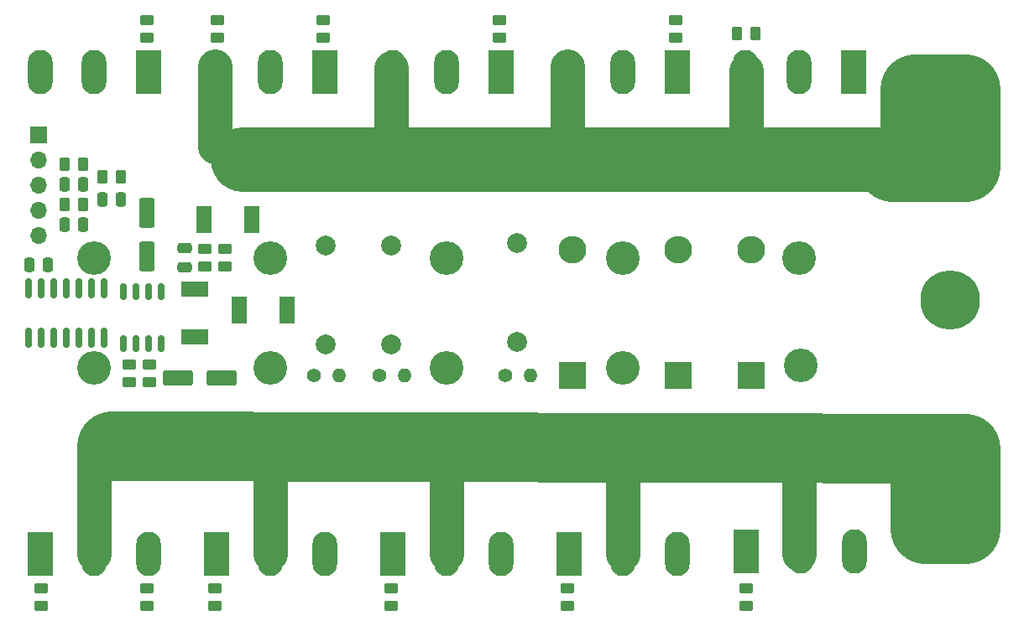
<source format=gbr>
%TF.GenerationSoftware,KiCad,Pcbnew,(6.99.0-3568-gdcfcfd5f29)*%
%TF.CreationDate,2022-10-04T16:24:13+03:00*%
%TF.ProjectId,welder ac diy,77656c64-6572-4206-9163-206469792e6b,rev?*%
%TF.SameCoordinates,Original*%
%TF.FileFunction,Soldermask,Top*%
%TF.FilePolarity,Negative*%
%FSLAX46Y46*%
G04 Gerber Fmt 4.6, Leading zero omitted, Abs format (unit mm)*
G04 Created by KiCad (PCBNEW (6.99.0-3568-gdcfcfd5f29)) date 2022-10-04 16:24:13*
%MOMM*%
%LPD*%
G01*
G04 APERTURE LIST*
G04 Aperture macros list*
%AMRoundRect*
0 Rectangle with rounded corners*
0 $1 Rounding radius*
0 $2 $3 $4 $5 $6 $7 $8 $9 X,Y pos of 4 corners*
0 Add a 4 corners polygon primitive as box body*
4,1,4,$2,$3,$4,$5,$6,$7,$8,$9,$2,$3,0*
0 Add four circle primitives for the rounded corners*
1,1,$1+$1,$2,$3*
1,1,$1+$1,$4,$5*
1,1,$1+$1,$6,$7*
1,1,$1+$1,$8,$9*
0 Add four rect primitives between the rounded corners*
20,1,$1+$1,$2,$3,$4,$5,0*
20,1,$1+$1,$4,$5,$6,$7,0*
20,1,$1+$1,$6,$7,$8,$9,0*
20,1,$1+$1,$8,$9,$2,$3,0*%
G04 Aperture macros list end*
%ADD10C,6.500000*%
%ADD11C,3.500000*%
%ADD12C,7.000000*%
%ADD13RoundRect,0.150000X0.150000X-0.825000X0.150000X0.825000X-0.150000X0.825000X-0.150000X-0.825000X0*%
%ADD14RoundRect,0.250000X-0.550000X1.250000X-0.550000X-1.250000X0.550000X-1.250000X0.550000X1.250000X0*%
%ADD15C,6.000000*%
%ADD16RoundRect,0.250000X0.450000X-0.262500X0.450000X0.262500X-0.450000X0.262500X-0.450000X-0.262500X0*%
%ADD17RoundRect,0.250000X-0.450000X0.262500X-0.450000X-0.262500X0.450000X-0.262500X0.450000X0.262500X0*%
%ADD18C,2.000000*%
%ADD19RoundRect,0.250000X-0.475000X0.250000X-0.475000X-0.250000X0.475000X-0.250000X0.475000X0.250000X0*%
%ADD20R,1.700000X1.700000*%
%ADD21O,1.700000X1.700000*%
%ADD22R,2.800000X2.800000*%
%ADD23O,2.800000X2.800000*%
%ADD24R,2.700000X1.500000*%
%ADD25RoundRect,0.250000X-0.262500X-0.450000X0.262500X-0.450000X0.262500X0.450000X-0.262500X0.450000X0*%
%ADD26RoundRect,0.250000X0.262500X0.450000X-0.262500X0.450000X-0.262500X-0.450000X0.262500X-0.450000X0*%
%ADD27RoundRect,0.250000X-0.250000X-0.475000X0.250000X-0.475000X0.250000X0.475000X-0.250000X0.475000X0*%
%ADD28RoundRect,0.250000X1.250000X0.550000X-1.250000X0.550000X-1.250000X-0.550000X1.250000X-0.550000X0*%
%ADD29RoundRect,0.150000X0.150000X-0.675000X0.150000X0.675000X-0.150000X0.675000X-0.150000X-0.675000X0*%
%ADD30R,1.500000X2.700000*%
%ADD31C,1.400000*%
%ADD32O,1.400000X1.400000*%
%ADD33O,3.400000X3.400000*%
%ADD34R,2.500000X4.500000*%
%ADD35O,2.500000X4.500000*%
G04 APERTURE END LIST*
D10*
X73406000Y-67056000D02*
X139192000Y-67056000D01*
D11*
X70612000Y-57658000D02*
X70612000Y-65786000D01*
D12*
X146304000Y-96774000D02*
X146304000Y-104140000D01*
D11*
X76200000Y-106934000D02*
X76200000Y-96520000D01*
D12*
X142240000Y-104394000D02*
X146304000Y-104394000D01*
X142240000Y-96774000D02*
X142240000Y-104140000D01*
X146304000Y-59944000D02*
X141224000Y-59944000D01*
D11*
X106172000Y-57658000D02*
X106172000Y-66294000D01*
D12*
X141224000Y-60198000D02*
X141224000Y-66802000D01*
D11*
X88392000Y-57785000D02*
X88392000Y-66167000D01*
X129540000Y-106934000D02*
X129540000Y-96520000D01*
X93980000Y-106934000D02*
X93980000Y-96520000D01*
X58420000Y-106934000D02*
X58420000Y-96520000D01*
X124206000Y-58039000D02*
X124206000Y-66929000D01*
X111760000Y-106934000D02*
X111760000Y-96520000D01*
D12*
X146304000Y-67056000D02*
X146304000Y-60452000D01*
X60198000Y-96012000D02*
X146304000Y-96266000D01*
X138938000Y-67818000D02*
X146304000Y-67818000D01*
D13*
%TO.C,U1*%
X51816000Y-85025000D03*
X53086000Y-85025000D03*
X54356000Y-85025000D03*
X55626000Y-85025000D03*
X56896000Y-85025000D03*
X58166000Y-85025000D03*
X59436000Y-85025000D03*
X59436000Y-80075000D03*
X58166000Y-80075000D03*
X56896000Y-80075000D03*
X55626000Y-80075000D03*
X54356000Y-80075000D03*
X53086000Y-80075000D03*
X51816000Y-80075000D03*
%TD*%
D14*
%TO.C,C6*%
X63754000Y-72476000D03*
X63754000Y-76876000D03*
%TD*%
D15*
%TO.C,J5*%
X144780000Y-81280000D03*
%TD*%
D16*
%TO.C,R8*%
X69596000Y-77874500D03*
X69596000Y-76049500D03*
%TD*%
%TO.C,R18*%
X70612000Y-112164500D03*
X70612000Y-110339500D03*
%TD*%
D17*
%TO.C,R19*%
X99314000Y-52935500D03*
X99314000Y-54760500D03*
%TD*%
D18*
%TO.C,C10*%
X101092000Y-85518000D03*
X101092000Y-75518000D03*
%TD*%
D17*
%TO.C,R17*%
X63754000Y-52935500D03*
X63754000Y-54760500D03*
%TD*%
D19*
%TO.C,C7*%
X67564000Y-76012000D03*
X67564000Y-77912000D03*
%TD*%
D20*
%TO.C,J1*%
X52856999Y-64545999D03*
D21*
X52856999Y-67085999D03*
X52856999Y-69625999D03*
X52856999Y-72165999D03*
X52856999Y-74705999D03*
%TD*%
D22*
%TO.C,D6*%
X117347999Y-88899999D03*
D23*
X117347999Y-76199999D03*
%TD*%
D24*
%TO.C,D2*%
X68579999Y-80149999D03*
X68579999Y-84949999D03*
%TD*%
D16*
%TO.C,R5*%
X61976000Y-89558500D03*
X61976000Y-87733500D03*
%TD*%
D22*
%TO.C,D7*%
X124713999Y-88899999D03*
D23*
X124713999Y-76199999D03*
%TD*%
D16*
%TO.C,R12*%
X63754000Y-112164500D03*
X63754000Y-110339500D03*
%TD*%
D25*
%TO.C,R21*%
X123293500Y-54356000D03*
X125118500Y-54356000D03*
%TD*%
D26*
%TO.C,R1*%
X57300500Y-67564000D03*
X55475500Y-67564000D03*
%TD*%
D27*
%TO.C,C8*%
X51882000Y-77724000D03*
X53782000Y-77724000D03*
%TD*%
D28*
%TO.C,C5*%
X71288000Y-89154000D03*
X66888000Y-89154000D03*
%TD*%
D18*
%TO.C,C11*%
X81788000Y-85772000D03*
X81788000Y-75772000D03*
%TD*%
D27*
%TO.C,C1*%
X55438000Y-69596000D03*
X57338000Y-69596000D03*
%TD*%
D17*
%TO.C,R11*%
X81534000Y-52935500D03*
X81534000Y-54760500D03*
%TD*%
D29*
%TO.C,U2*%
X61341000Y-85683000D03*
X62611000Y-85683000D03*
X63881000Y-85683000D03*
X65151000Y-85683000D03*
X65151000Y-80433000D03*
X63881000Y-80433000D03*
X62611000Y-80433000D03*
X61341000Y-80433000D03*
%TD*%
D17*
%TO.C,R13*%
X70866000Y-52935500D03*
X70866000Y-54760500D03*
%TD*%
D30*
%TO.C,D3*%
X69481999Y-73151999D03*
X74281999Y-73151999D03*
%TD*%
D15*
%TO.C,J4*%
X144780000Y-101600000D03*
%TD*%
D31*
%TO.C,R23*%
X99872000Y-88900000D03*
D32*
X102411999Y-88899999D03*
%TD*%
D25*
%TO.C,R22*%
X59285500Y-68834000D03*
X61110500Y-68834000D03*
%TD*%
D27*
%TO.C,C12*%
X59248000Y-71120000D03*
X61148000Y-71120000D03*
%TD*%
D30*
%TO.C,D4*%
X73037999Y-82295999D03*
X77837999Y-82295999D03*
%TD*%
D15*
%TO.C,J6*%
X144526000Y-63500000D03*
%TD*%
D16*
%TO.C,R16*%
X124206000Y-112164500D03*
X124206000Y-110339500D03*
%TD*%
%TO.C,R14*%
X88392000Y-112164500D03*
X88392000Y-110339500D03*
%TD*%
D18*
%TO.C,C9*%
X88392000Y-85772000D03*
X88392000Y-75772000D03*
%TD*%
D17*
%TO.C,R15*%
X117094000Y-52935500D03*
X117094000Y-54760500D03*
%TD*%
D22*
%TO.C,D5*%
X106679999Y-88899999D03*
D23*
X106679999Y-76199999D03*
%TD*%
D31*
%TO.C,R24*%
X80568000Y-88900000D03*
D32*
X83107999Y-88899999D03*
%TD*%
D26*
%TO.C,R2*%
X57300500Y-71628000D03*
X55475500Y-71628000D03*
%TD*%
D31*
%TO.C,R7*%
X87172000Y-88900000D03*
D32*
X89711999Y-88899999D03*
%TD*%
D16*
%TO.C,R6*%
X64008000Y-89558500D03*
X64008000Y-87733500D03*
%TD*%
D17*
%TO.C,R9*%
X71628000Y-76049500D03*
X71628000Y-77874500D03*
%TD*%
D27*
%TO.C,C2*%
X55438000Y-73660000D03*
X57338000Y-73660000D03*
%TD*%
D16*
%TO.C,R10*%
X53086000Y-112164500D03*
X53086000Y-110339500D03*
%TD*%
%TO.C,R20*%
X106172000Y-112164500D03*
X106172000Y-110339500D03*
%TD*%
D33*
%TO.C,Q7*%
X76199999Y-88094999D03*
D34*
X70749999Y-106894999D03*
D35*
X76199999Y-106894999D03*
X81649999Y-106894999D03*
%TD*%
D33*
%TO.C,Q4*%
X111759999Y-77004999D03*
D34*
X117209999Y-58204999D03*
D35*
X111759999Y-58204999D03*
X106309999Y-58204999D03*
%TD*%
D33*
%TO.C,Q9*%
X111759999Y-88094999D03*
D34*
X106309999Y-106894999D03*
D35*
X111759999Y-106894999D03*
X117209999Y-106894999D03*
%TD*%
D33*
%TO.C,Q5*%
X129655999Y-87879999D03*
D34*
X124205999Y-106679999D03*
D35*
X129655999Y-106679999D03*
X135105999Y-106679999D03*
%TD*%
D33*
%TO.C,Q10*%
X129539999Y-77004999D03*
D34*
X134989999Y-58204999D03*
D35*
X129539999Y-58204999D03*
X124089999Y-58204999D03*
%TD*%
D33*
%TO.C,Q6*%
X58419999Y-77004999D03*
D34*
X63869999Y-58204999D03*
D35*
X58419999Y-58204999D03*
X52969999Y-58204999D03*
%TD*%
D33*
%TO.C,Q1*%
X58419999Y-88094999D03*
D34*
X52969999Y-106894999D03*
D35*
X58419999Y-106894999D03*
X63869999Y-106894999D03*
%TD*%
D33*
%TO.C,Q8*%
X93979999Y-77004999D03*
D34*
X99429999Y-58204999D03*
D35*
X93979999Y-58204999D03*
X88529999Y-58204999D03*
%TD*%
D33*
%TO.C,Q2*%
X76199999Y-77004999D03*
D34*
X81649999Y-58204999D03*
D35*
X76199999Y-58204999D03*
X70749999Y-58204999D03*
%TD*%
D33*
%TO.C,Q3*%
X93979999Y-88094999D03*
D34*
X88529999Y-106894999D03*
D35*
X93979999Y-106894999D03*
X99429999Y-106894999D03*
%TD*%
M02*

</source>
